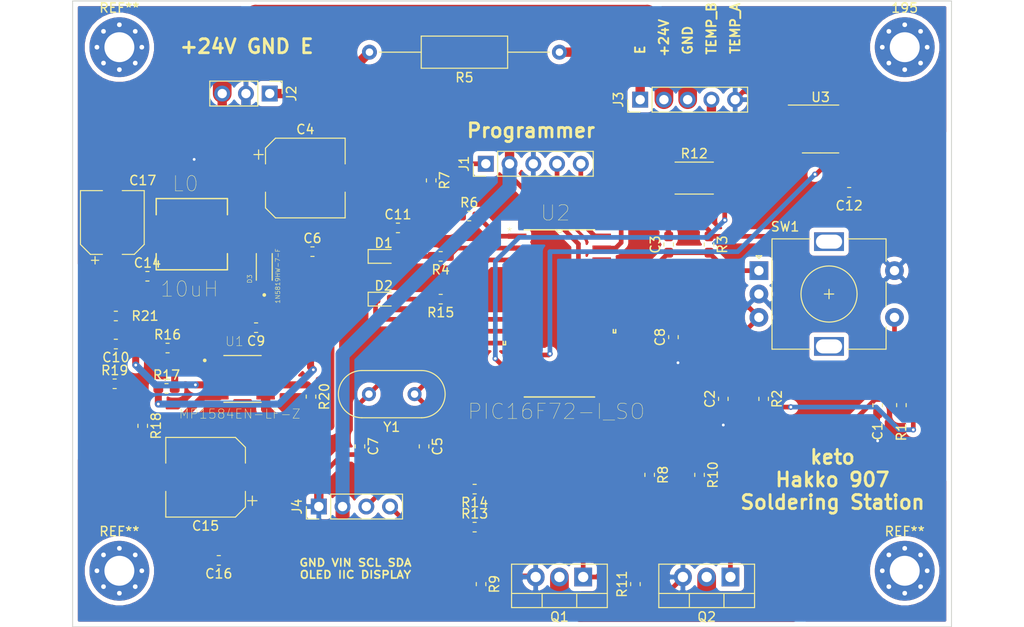
<source format=kicad_pcb>
(kicad_pcb (version 20171130) (host pcbnew 5.1.5)
  (layers (0 F.Cu signal) (31 B.Cu signal) (34 B.Paste user) (35 F.Paste user) (36 B.SilkS user) (37 F.SilkS user) (38 B.Mask user) (39 F.Mask user) (44 Edge.Cuts user))
  (net 0 "")
  (net 1 0)
  (net 2 /ENC_BUTTON)
  (net 3 /ENC_B)
  (net 4 /ENC_A)
  (net 5 +24V)
  (net 6 "Net-(C5-Pad1)")
  (net 7 "Net-(C7-Pad1)")
  (net 8 +5V)
  (net 9 /MCLR)
  (net 10 "Net-(D1-Pad2)")
  (net 11 /PGC)
  (net 12 /PGD)
  (net 13 Earth_Protective)
  (net 14 "Net-(J3-Pad1)")
  (net 15 /GND_SWITCH)
  (net 16 "Net-(Q1-Pad1)")
  (net 17 "Net-(Q2-Pad1)")
  (net 18 "Net-(R4-Pad1)")
  (net 19 "Net-(R6-Pad2)")
  (net 20 "Net-(R8-Pad1)")
  (net 21 "Net-(R10-Pad1)")
  (net 22 "Net-(U2-Pad4)")
  (net 23 "Net-(U2-Pad5)")
  (net 24 "Net-(U2-Pad7)")
  (net 25 "Net-(U2-Pad26)")
  (net 26 "Net-(U2-Pad24)")
  (net 27 "Net-(U2-Pad25)")
  (net 28 /SDA)
  (net 29 /SCL)
  (net 30 "Net-(U2-Pad6)")
  (net 31 "Net-(C9-Pad2)")
  (net 32 "Net-(C9-Pad1)")
  (net 33 "Net-(C10-Pad2)")
  (net 34 "Net-(C10-Pad1)")
  (net 35 "Net-(D2-Pad2)")
  (net 36 "Net-(R15-Pad1)")
  (net 37 "Net-(R16-Pad2)")
  (net 38 "Net-(R18-Pad1)")
  (net 39 "Net-(R20-Pad1)")
  (net 40 "Net-(U1-Pad9)")
  (net 41 "Net-(U2-Pad16)")
  (net 42 /Vx)
  (net 43 "Net-(U2-Pad13)")
  (net 44 /AMP_OUT)
  (module Package_SO:SOIC-8_3.9x4.9mm_P1.27mm (layer F.Cu) (at 190.998 64.75)
    (fp_text reference U3 (at 0 -3.4) (layer F.SilkS))
    (fp_text value INA240A1D)
    (pad 8 smd roundrect (at 2.475 -1.905) (size 1.95 0.6) (layers F.Cu F.Paste F.Mask) (net 8 +5V))
    (pad 7 smd roundrect (at 2.475 -0.635) (size 1.95 0.6) (layers F.Cu F.Paste F.Mask) (net 1 0))
    (pad 6 smd roundrect (at 2.475 0.635) (size 1.95 0.6) (layers F.Cu F.Paste F.Mask) (net 8 +5V))
    (pad 5 smd roundrect (at 2.475 1.905) (size 1.95 0.6) (layers F.Cu F.Paste F.Mask) (net 44 /AMP_OUT))
    (pad 4 smd roundrect (at -2.475 1.905) (size 1.95 0.6) (layers F.Cu F.Paste F.Mask) (net 1 0))
    (pad 3 smd roundrect (at -2.475 0.635) (size 1.95 0.6) (layers F.Cu F.Paste F.Mask) (net 1 0))
    (pad 2 smd roundrect (at -2.475 -0.635) (size 1.95 0.6) (layers F.Cu F.Paste F.Mask) (net 1 0))
    (pad 1 smd roundrect (at -2.475 -1.905) (size 1.95 0.6) (layers F.Cu F.Paste F.Mask) (net 42 /Vx))
  )
  (module Resistor_SMD:R_2512_6332Metric_Pad1.52x3.35mm_HandSolder (layer F.Cu) (at 177.4855 70)
    (fp_text reference R12 (at 0 -2.62) (layer F.SilkS))
    (fp_text value 0.05R)
    (pad 2 smd roundrect (at 2.9875 0) (size 1.525 3.35) (layers F.Cu F.Paste F.Mask) (roundrect_rratio 0.163934) (net 42 /Vx))
    (pad 1 smd roundrect (at -2.9875 0) (size 1.525 3.35) (layers F.Cu F.Paste F.Mask) (roundrect_rratio 0.163934) (net 8 +5V))
  )
  (module Capacitor_SMD:CP_Elec_6.3x5.9 (layer F.Cu) (at 115.248 74.75 90)
    (fp_text reference C17 (at 4.5 3.25) (layer F.SilkS))
    (fp_text value 47uF)
    (pad 2 smd roundrect (at 2.8 0 90) (size 3.5 1.6) (layers F.Cu F.Paste F.Mask) (roundrect_rratio 0.15625) (net 1 0))
    (pad 1 smd roundrect (at -2.8 0 90) (size 3.5 1.6) (layers F.Cu F.Paste F.Mask) (roundrect_rratio 0.15625) (net 8 +5V))
  )
  (module Resistor_SMD:R_0603_1608Metric_Pad1.05x0.95mm_HandSolder (layer F.Cu) (at 121.042 92.496)
    (fp_text reference R17 (at 0 -1.43) (layer F.SilkS))
    (fp_text value 100K)
    (pad 2 smd roundrect (at 0.875 0) (size 1.05 0.95) (layers F.Cu F.Paste F.Mask) (net 37 "Net-(R16-Pad2)"))
    (pad 1 smd roundrect (at -0.875 0) (size 1.05 0.95) (layers F.Cu F.Paste F.Mask) (net 5 +24V))
  )
  (module Crystal:Crystal_HC49-4H_Vertical (layer F.Cu) (at 147.574 93.108 180)
    (fp_text reference Y1 (at 2.44 -3.525) (layer F.SilkS))
    (fp_text value Crystal)
    (pad 2 thru_hole circle (at 4.88 0 180) (size 1.5 1.5) (drill 0.8) (layers *.Cu *.Mask) (net 7 "Net-(C7-Pad1)"))
    (pad 1 thru_hole circle (at 0 0 180) (size 1.5 1.5) (drill 0.8) (layers *.Cu *.Mask) (net 6 "Net-(C5-Pad1)"))
  )
  (module PIC16F72-I_SO:SOIC127P1030X265-28N (layer F.Cu) (at 163.068 84.472)
    (fp_text reference U2 (at -0.4318 -10.7442) (layer F.SilkS) (effects (font (size 1.64 1.64) (thickness 0.05))))
    (fp_text value PIC16F72-I_SO (at -0.3302 10.4902) (layer F.SilkS) (effects (font (size 1.64 1.64) (thickness 0.05))))
    (fp_text user * (at -5.334 -8.6868) (layer Edge.Cuts) (effects (font (thickness 0.05))))
    (fp_text user * (at -5.334 -8.6868) (layer F.SilkS) (effects (font (thickness 0.05))))
    (pad 28 smd rect (at 4.5212 -8.255) (size 1.9812 0.5588) (layers F.Cu F.Paste F.Mask) (net 12 /PGD))
    (pad 27 smd rect (at 4.5212 -6.985) (size 1.9812 0.5588) (layers F.Cu F.Paste F.Mask) (net 11 /PGC))
    (pad 26 smd rect (at 4.5212 -5.715) (size 1.9812 0.5588) (layers F.Cu F.Paste F.Mask) (net 25 "Net-(U2-Pad26)"))
    (pad 25 smd rect (at 4.5212 -4.445) (size 1.9812 0.5588) (layers F.Cu F.Paste F.Mask) (net 27 "Net-(U2-Pad25)"))
    (pad 24 smd rect (at 4.5212 -3.175) (size 1.9812 0.5588) (layers F.Cu F.Paste F.Mask) (net 26 "Net-(U2-Pad24)"))
    (pad 23 smd rect (at 4.5212 -1.905) (size 1.9812 0.5588) (layers F.Cu F.Paste F.Mask) (net 4 /ENC_A))
    (pad 22 smd rect (at 4.5212 -0.635) (size 1.9812 0.5588) (layers F.Cu F.Paste F.Mask) (net 3 /ENC_B))
    (pad 21 smd rect (at 4.5212 0.635) (size 1.9812 0.5588) (layers F.Cu F.Paste F.Mask) (net 2 /ENC_BUTTON))
    (pad 20 smd rect (at 4.5212 1.905) (size 1.9812 0.5588) (layers F.Cu F.Paste F.Mask) (net 8 +5V))
    (pad 19 smd rect (at 4.5212 3.175) (size 1.9812 0.5588) (layers F.Cu F.Paste F.Mask) (net 1 0))
    (pad 18 smd rect (at 4.5212 4.445) (size 1.9812 0.5588) (layers F.Cu F.Paste F.Mask) (net 21 "Net-(R10-Pad1)"))
    (pad 17 smd rect (at 4.5212 5.715) (size 1.9812 0.5588) (layers F.Cu F.Paste F.Mask) (net 20 "Net-(R8-Pad1)"))
    (pad 16 smd rect (at 4.5212 6.985) (size 1.9812 0.5588) (layers F.Cu F.Paste F.Mask) (net 41 "Net-(U2-Pad16)"))
    (pad 15 smd rect (at 4.5212 8.255) (size 1.9812 0.5588) (layers F.Cu F.Paste F.Mask) (net 28 /SDA))
    (pad 14 smd rect (at -4.5212 8.255) (size 1.9812 0.5588) (layers F.Cu F.Paste F.Mask) (net 29 /SCL))
    (pad 13 smd rect (at -4.5212 6.985) (size 1.9812 0.5588) (layers F.Cu F.Paste F.Mask) (net 43 "Net-(U2-Pad13)"))
    (pad 12 smd rect (at -4.5212 5.715) (size 1.9812 0.5588) (layers F.Cu F.Paste F.Mask) (net 42 /Vx))
    (pad 11 smd rect (at -4.5212 4.445) (size 1.9812 0.5588) (layers F.Cu F.Paste F.Mask) (net 44 /AMP_OUT))
    (pad 10 smd rect (at -4.5212 3.175) (size 1.9812 0.5588) (layers F.Cu F.Paste F.Mask) (net 6 "Net-(C5-Pad1)"))
    (pad 9 smd rect (at -4.5212 1.905) (size 1.9812 0.5588) (layers F.Cu F.Paste F.Mask) (net 7 "Net-(C7-Pad1)"))
    (pad 8 smd rect (at -4.5212 0.635) (size 1.9812 0.5588) (layers F.Cu F.Paste F.Mask) (net 1 0))
    (pad 7 smd rect (at -4.5212 -0.635) (size 1.9812 0.5588) (layers F.Cu F.Paste F.Mask) (net 24 "Net-(U2-Pad7)"))
    (pad 6 smd rect (at -4.5212 -1.905) (size 1.9812 0.5588) (layers F.Cu F.Paste F.Mask) (net 30 "Net-(U2-Pad6)"))
    (pad 5 smd rect (at -4.5212 -3.175) (size 1.9812 0.5588) (layers F.Cu F.Paste F.Mask) (net 23 "Net-(U2-Pad5)"))
    (pad 4 smd rect (at -4.5212 -4.445) (size 1.9812 0.5588) (layers F.Cu F.Paste F.Mask) (net 22 "Net-(U2-Pad4)"))
    (pad 3 smd rect (at -4.5212 -5.715) (size 1.9812 0.5588) (layers F.Cu F.Paste F.Mask) (net 36 "Net-(R15-Pad1)"))
    (pad 2 smd rect (at -4.5212 -6.985) (size 1.9812 0.5588) (layers F.Cu F.Paste F.Mask) (net 18 "Net-(R4-Pad1)"))
    (pad 1 smd rect (at -4.5212 -8.255) (size 1.9812 0.5588) (layers F.Cu F.Paste F.Mask) (net 19 "Net-(R6-Pad2)"))
  )
  (module MP1584EN-LF-Z:SOIC127P600X170-9N (layer F.Cu) (at 129.17 91.48)
    (fp_text reference U1 (at -0.86173 -4.01375) (layer F.SilkS) (effects (font (size 1.00202 1.00202) (thickness 0.05))))
    (fp_text value MP1584EN-LF-Z (at -0.29606 3.74752) (layer F.SilkS) (effects (font (size 1.00294 1.00294) (thickness 0.05))))
    (pad 9 smd rect (at 0 0) (size 2.41 3.3) (layers F.Cu F.Paste F.Mask) (net 40 "Net-(U1-Pad9)"))
    (pad 1 smd rect (at -2.475 -1.905) (size 1.97 0.6) (layers F.Cu F.Paste F.Mask) (net 31 "Net-(C9-Pad2)"))
    (pad 8 smd rect (at 2.475 -1.905) (size 1.97 0.6) (layers F.Cu F.Paste F.Mask) (net 32 "Net-(C9-Pad1)"))
    (pad 7 smd rect (at 2.475 -0.635) (size 1.97 0.6) (layers F.Cu F.Paste F.Mask) (net 5 +24V))
    (pad 6 smd rect (at 2.475 0.635) (size 1.97 0.6) (layers F.Cu F.Paste F.Mask) (net 39 "Net-(R20-Pad1)"))
    (pad 4 smd rect (at -2.475 1.905) (size 1.97 0.6) (layers F.Cu F.Paste F.Mask) (net 38 "Net-(R18-Pad1)"))
    (pad 3 smd rect (at -2.475 0.635) (size 1.97 0.6) (layers F.Cu F.Paste F.Mask) (net 34 "Net-(C10-Pad1)"))
    (pad 2 smd rect (at -2.475 -0.635) (size 1.97 0.6) (layers F.Cu F.Paste F.Mask) (net 37 "Net-(R16-Pad2)"))
    (pad 5 smd rect (at 2.475 1.905) (size 1.97 0.6) (layers F.Cu F.Paste F.Mask) (net 1 0))
  )
  (module Rotary_Encoder:RotaryEncoder_Alps_EC11E-Switch_Vertical_H20mm (layer F.Cu) (at 184.404 79.9)
    (fp_text reference SW1 (at 2.8 -4.7) (layer F.SilkS))
    (fp_text value Rotary_Encoder_Switch)
    (pad A thru_hole rect (at 0 0) (size 2 2) (drill 1) (layers *.Cu *.Mask) (net 4 /ENC_A))
    (pad C thru_hole circle (at 0 2.5) (size 2 2) (drill 1) (layers *.Cu *.Mask) (net 1 0))
    (pad B thru_hole circle (at 0 5) (size 2 2) (drill 1) (layers *.Cu *.Mask) (net 3 /ENC_B))
    (pad MP thru_hole rect (at 7.5 -3.1) (size 3.2 2) (drill oval 2.8 1.5) (layers *.Cu *.Mask))
    (pad MP thru_hole rect (at 7.5 8.1) (size 3.2 2) (drill oval 2.8 1.5) (layers *.Cu *.Mask))
    (pad S2 thru_hole circle (at 14.5 0) (size 2 2) (drill 1) (layers *.Cu *.Mask) (net 1 0))
    (pad S1 thru_hole circle (at 14.5 5) (size 2 2) (drill 1) (layers *.Cu *.Mask) (net 2 /ENC_BUTTON))
  )
  (module Resistor_SMD:R_0603_1608Metric_Pad1.05x0.95mm_HandSolder (layer F.Cu) (at 115.623 84.75 180)
    (fp_text reference R21 (at -3.125 0) (layer F.SilkS))
    (fp_text value 100K)
    (pad 2 smd roundrect (at 0.875 0 180) (size 1.05 0.95) (layers F.Cu F.Paste F.Mask) (net 33 "Net-(C10-Pad2)"))
    (pad 1 smd roundrect (at -0.875 0 180) (size 1.05 0.95) (layers F.Cu F.Paste F.Mask) (net 1 0))
  )
  (module Resistor_SMD:R_0603_1608Metric_Pad1.05x0.95mm_HandSolder (layer F.Cu) (at 136.498 93.375 270)
    (fp_text reference R20 (at 0 -1.43 90) (layer F.SilkS))
    (fp_text value 200K)
    (pad 2 smd roundrect (at 0.875 0 270) (size 1.05 0.95) (layers F.Cu F.Paste F.Mask) (net 1 0))
    (pad 1 smd roundrect (at -0.875 0 270) (size 1.05 0.95) (layers F.Cu F.Paste F.Mask) (net 39 "Net-(R20-Pad1)"))
  )
  (module Resistor_SMD:R_0603_1608Metric_Pad1.05x0.95mm_HandSolder (layer F.Cu) (at 115.498 92)
    (fp_text reference R19 (at 0 -1.43) (layer F.SilkS))
    (fp_text value 210K)
    (pad 2 smd roundrect (at 0.875 0) (size 1.05 0.95) (layers F.Cu F.Paste F.Mask) (net 38 "Net-(R18-Pad1)"))
    (pad 1 smd roundrect (at -0.875 0) (size 1.05 0.95) (layers F.Cu F.Paste F.Mask) (net 8 +5V))
  )
  (module Resistor_SMD:R_0603_1608Metric_Pad1.05x0.95mm_HandSolder (layer F.Cu) (at 118.498 96.5 270)
    (fp_text reference R18 (at 0 -1.43 90) (layer F.SilkS))
    (fp_text value 40.2K)
    (pad 2 smd roundrect (at 0.875 0 270) (size 1.05 0.95) (layers F.Cu F.Paste F.Mask) (net 1 0))
    (pad 1 smd roundrect (at -0.875 0 270) (size 1.05 0.95) (layers F.Cu F.Paste F.Mask) (net 38 "Net-(R18-Pad1)"))
  )
  (module Resistor_SMD:R_0603_1608Metric_Pad1.05x0.95mm_HandSolder (layer F.Cu) (at 121.155 88.178)
    (fp_text reference R16 (at 0 -1.43) (layer F.SilkS))
    (fp_text value 24.9K)
    (pad 2 smd roundrect (at 0.875 0) (size 1.05 0.95) (layers F.Cu F.Paste F.Mask) (net 37 "Net-(R16-Pad2)"))
    (pad 1 smd roundrect (at -0.875 0) (size 1.05 0.95) (layers F.Cu F.Paste F.Mask) (net 1 0))
  )
  (module Resistor_SMD:R_0603_1608Metric_Pad1.05x0.95mm_HandSolder (layer F.Cu) (at 150.368 82.948 180)
    (fp_text reference R15 (at 0 -1.43) (layer F.SilkS))
    (fp_text value 3.3K)
    (pad 2 smd roundrect (at 0.875 0 180) (size 1.05 0.95) (layers F.Cu F.Paste F.Mask) (net 35 "Net-(D2-Pad2)"))
    (pad 1 smd roundrect (at -0.875 0 180) (size 1.05 0.95) (layers F.Cu F.Paste F.Mask) (net 36 "Net-(R15-Pad1)"))
  )
  (module Resistor_SMD:R_0603_1608Metric_Pad1.05x0.95mm_HandSolder (layer F.Cu) (at 154 103.268 180)
    (fp_text reference R14 (at 0 -1.43) (layer F.SilkS))
    (fp_text value 4.7K)
    (pad 2 smd roundrect (at 0.875 0 180) (size 1.05 0.95) (layers F.Cu F.Paste F.Mask) (net 29 /SCL))
    (pad 1 smd roundrect (at -0.875 0 180) (size 1.05 0.95) (layers F.Cu F.Paste F.Mask) (net 8 +5V))
  )
  (module Resistor_SMD:R_0603_1608Metric_Pad1.05x0.95mm_HandSolder (layer F.Cu) (at 154 107.332)
    (fp_text reference R13 (at 0 -1.43) (layer F.SilkS))
    (fp_text value 4.7K)
    (pad 2 smd roundrect (at 0.875 0) (size 1.05 0.95) (layers F.Cu F.Paste F.Mask) (net 8 +5V))
    (pad 1 smd roundrect (at -0.875 0) (size 1.05 0.95) (layers F.Cu F.Paste F.Mask) (net 28 /SDA))
  )
  (module Resistor_SMD:R_0603_1608Metric_Pad1.05x0.95mm_HandSolder (layer F.Cu) (at 171.196 113.428 90)
    (fp_text reference R11 (at 0 -1.43 90) (layer F.SilkS))
    (fp_text value 1K)
    (pad 2 smd roundrect (at 0.875 0 90) (size 1.05 0.95) (layers F.Cu F.Paste F.Mask) (net 17 "Net-(Q2-Pad1)"))
    (pad 1 smd roundrect (at -0.875 0 90) (size 1.05 0.95) (layers F.Cu F.Paste F.Mask) (net 1 0))
  )
  (module Resistor_SMD:R_0603_1608Metric_Pad1.05x0.95mm_HandSolder (layer F.Cu) (at 178.054 101.744 270)
    (fp_text reference R10 (at 0 -1.43 90) (layer F.SilkS))
    (fp_text value 100R)
    (pad 2 smd roundrect (at 0.875 0 270) (size 1.05 0.95) (layers F.Cu F.Paste F.Mask) (net 17 "Net-(Q2-Pad1)"))
    (pad 1 smd roundrect (at -0.875 0 270) (size 1.05 0.95) (layers F.Cu F.Paste F.Mask) (net 21 "Net-(R10-Pad1)"))
  )
  (module Resistor_SMD:R_0603_1608Metric_Pad1.05x0.95mm_HandSolder (layer F.Cu) (at 154.686 113.428 270)
    (fp_text reference R9 (at 0 -1.43 90) (layer F.SilkS))
    (fp_text value 1K)
    (pad 2 smd roundrect (at 0.875 0 270) (size 1.05 0.95) (layers F.Cu F.Paste F.Mask) (net 16 "Net-(Q1-Pad1)"))
    (pad 1 smd roundrect (at -0.875 0 270) (size 1.05 0.95) (layers F.Cu F.Paste F.Mask) (net 1 0))
  )
  (module Resistor_SMD:R_0603_1608Metric_Pad1.05x0.95mm_HandSolder (layer F.Cu) (at 172.72 101.744 270)
    (fp_text reference R8 (at 0 -1.43 90) (layer F.SilkS))
    (fp_text value 100R)
    (pad 2 smd roundrect (at 0.875 0 270) (size 1.05 0.95) (layers F.Cu F.Paste F.Mask) (net 16 "Net-(Q1-Pad1)"))
    (pad 1 smd roundrect (at -0.875 0 270) (size 1.05 0.95) (layers F.Cu F.Paste F.Mask) (net 20 "Net-(R8-Pad1)"))
  )
  (module Resistor_SMD:R_0603_1608Metric_Pad1.05x0.95mm_HandSolder (layer F.Cu) (at 149.352 70.248 270)
    (fp_text reference R7 (at 0 -1.43 90) (layer F.SilkS))
    (fp_text value 10K)
    (pad 2 smd roundrect (at 0.875 0 270) (size 1.05 0.95) (layers F.Cu F.Paste F.Mask) (net 9 /MCLR))
    (pad 1 smd roundrect (at -0.875 0 270) (size 1.05 0.95) (layers F.Cu F.Paste F.Mask) (net 8 +5V))
  )
  (module Resistor_SMD:R_0603_1608Metric_Pad1.05x0.95mm_HandSolder (layer F.Cu) (at 153.416 74.058)
    (fp_text reference R6 (at 0 -1.43) (layer F.SilkS))
    (fp_text value 100R)
    (pad 2 smd roundrect (at 0.875 0) (size 1.05 0.95) (layers F.Cu F.Paste F.Mask) (net 19 "Net-(R6-Pad2)"))
    (pad 1 smd roundrect (at -0.875 0) (size 1.05 0.95) (layers F.Cu F.Paste F.Mask) (net 9 /MCLR))
  )
  (module Resistor_THT:R_Axial_DIN0309_L9.0mm_D3.2mm_P20.32mm_Horizontal (layer F.Cu) (at 163.068 56.532 180)
    (fp_text reference R5 (at 10.16 -2.72) (layer F.SilkS))
    (fp_text value 1M)
    (pad 2 thru_hole oval (at 20.32 0 180) (size 1.6 1.6) (drill 0.8) (layers *.Cu *.Mask) (net 13 Earth_Protective))
    (pad 1 thru_hole circle (at 0 0 180) (size 1.6 1.6) (drill 0.8) (layers *.Cu *.Mask) (net 14 "Net-(J3-Pad1)"))
  )
  (module Resistor_SMD:R_0603_1608Metric_Pad1.05x0.95mm_HandSolder (layer F.Cu) (at 150.368 78.376 180)
    (fp_text reference R4 (at 0 -1.43) (layer F.SilkS))
    (fp_text value 3.3K)
    (pad 2 smd roundrect (at 0.875 0 180) (size 1.05 0.95) (layers F.Cu F.Paste F.Mask) (net 10 "Net-(D1-Pad2)"))
    (pad 1 smd roundrect (at -0.875 0 180) (size 1.05 0.95) (layers F.Cu F.Paste F.Mask) (net 18 "Net-(R4-Pad1)"))
  )
  (module Resistor_SMD:R_0603_1608Metric_Pad1.05x0.95mm_HandSolder (layer F.Cu) (at 179.07 77.106 270)
    (fp_text reference R3 (at 0 -1.43 90) (layer F.SilkS))
    (fp_text value 10K)
    (pad 2 smd roundrect (at 0.875 0 270) (size 1.05 0.95) (layers F.Cu F.Paste F.Mask) (net 4 /ENC_A))
    (pad 1 smd roundrect (at -0.875 0 270) (size 1.05 0.95) (layers F.Cu F.Paste F.Mask) (net 8 +5V))
  )
  (module Resistor_SMD:R_0603_1608Metric_Pad1.05x0.95mm_HandSolder (layer F.Cu) (at 184.912 93.616 270)
    (fp_text reference R2 (at 0 -1.43 90) (layer F.SilkS))
    (fp_text value 10K)
    (pad 2 smd roundrect (at 0.875 0 270) (size 1.05 0.95) (layers F.Cu F.Paste F.Mask) (net 8 +5V))
    (pad 1 smd roundrect (at -0.875 0 270) (size 1.05 0.95) (layers F.Cu F.Paste F.Mask) (net 3 /ENC_B))
  )
  (module Resistor_SMD:R_0603_1608Metric_Pad1.05x0.95mm_HandSolder (layer F.Cu) (at 199.644 94.284 90)
    (fp_text reference R1 (at -2.888 0 90) (layer F.SilkS))
    (fp_text value 10K)
    (pad 2 smd roundrect (at 0.875 0 90) (size 1.05 0.95) (layers F.Cu F.Paste F.Mask) (net 2 /ENC_BUTTON))
    (pad 1 smd roundrect (at -0.875 0 90) (size 1.05 0.95) (layers F.Cu F.Paste F.Mask) (net 8 +5V))
  )
  (module Package_TO_SOT_THT:TO-220-3_Vertical (layer F.Cu) (at 181.356 112.666 180)
    (fp_text reference Q2 (at 2.54 -4.27) (layer F.SilkS))
    (fp_text value IRF540N)
    (pad 3 thru_hole oval (at 5.08 0 180) (size 1.905 2) (drill 1.1) (layers *.Cu *.Mask) (net 1 0))
    (pad 2 thru_hole oval (at 2.54 0 180) (size 1.905 2) (drill 1.1) (layers *.Cu *.Mask) (net 15 /GND_SWITCH))
    (pad 1 thru_hole rect (at 0 0 180) (size 1.905 2) (drill 1.1) (layers *.Cu *.Mask) (net 17 "Net-(Q2-Pad1)"))
  )
  (module Package_TO_SOT_THT:TO-220-3_Vertical (layer F.Cu) (at 165.608 112.666 180)
    (fp_text reference Q1 (at 2.54 -4.27) (layer F.SilkS))
    (fp_text value IRF540N)
    (pad 3 thru_hole oval (at 5.08 0 180) (size 1.905 2) (drill 1.1) (layers *.Cu *.Mask) (net 1 0))
    (pad 2 thru_hole oval (at 2.54 0 180) (size 1.905 2) (drill 1.1) (layers *.Cu *.Mask) (net 15 /GND_SWITCH))
    (pad 1 thru_hole rect (at 0 0 180) (size 1.905 2) (drill 1.1) (layers *.Cu *.Mask) (net 16 "Net-(Q1-Pad1)"))
  )
  (module DR73-100-R:INDM7676X355N (layer F.Cu) (at 123.748 76)
    (fp_text reference L0 (at -0.68697 -5.39407) (layer F.SilkS) (effects (font (size 1.64283 1.64283) (thickness 0.05))))
    (fp_text value 10uH (at -0.25402 5.86801) (layer F.SilkS) (effects (font (size 1.64017 1.64017) (thickness 0.05))))
    (pad 2 smd rect (at 2.8194 0 90) (size 3.5052 2.2606) (layers F.Cu F.Paste F.Mask) (net 31 "Net-(C9-Pad2)"))
    (pad 1 smd rect (at -2.8194 0 90) (size 3.5052 2.2606) (layers F.Cu F.Paste F.Mask) (net 8 +5V))
  )
  (module Connector_PinHeader_2.54mm:PinHeader_1x05_P2.54mm_Vertical (layer F.Cu) (at 171.704 61.612 90)
    (fp_text reference J3 (at 0 -2.33 90) (layer F.SilkS))
    (fp_text value Conn_01x05)
    (pad 5 thru_hole oval (at 0 10.16 90) (size 1.7 1.7) (drill 1) (layers *.Cu *.Mask) (net 1 0))
    (pad 4 thru_hole oval (at 0 7.62 90) (size 1.7 1.7) (drill 1) (layers *.Cu *.Mask) (net 42 /Vx))
    (pad 3 thru_hole oval (at 0 5.08 90) (size 1.7 1.7) (drill 1) (layers *.Cu *.Mask) (net 15 /GND_SWITCH))
    (pad 2 thru_hole oval (at 0 2.54 90) (size 1.7 1.7) (drill 1) (layers *.Cu *.Mask) (net 5 +24V))
    (pad 1 thru_hole rect (at 0 0 90) (size 1.7 1.7) (drill 1) (layers *.Cu *.Mask) (net 14 "Net-(J3-Pad1)"))
  )
  (module Connector_PinHeader_2.54mm:PinHeader_1x05_P2.54mm_Vertical (layer F.Cu) (at 155.194 68.47 90)
    (fp_text reference J1 (at 0 -2.33 90) (layer F.SilkS))
    (fp_text value Conn_01x05)
    (pad 5 thru_hole oval (at 0 10.16 90) (size 1.7 1.7) (drill 1) (layers *.Cu *.Mask) (net 11 /PGC))
    (pad 4 thru_hole oval (at 0 7.62 90) (size 1.7 1.7) (drill 1) (layers *.Cu *.Mask) (net 12 /PGD))
    (pad 3 thru_hole oval (at 0 5.08 90) (size 1.7 1.7) (drill 1) (layers *.Cu *.Mask) (net 1 0))
    (pad 2 thru_hole oval (at 0 2.54 90) (size 1.7 1.7) (drill 1) (layers *.Cu *.Mask) (net 8 +5V))
    (pad 1 thru_hole rect (at 0 0 90) (size 1.7 1.7) (drill 1) (layers *.Cu *.Mask) (net 9 /MCLR))
  )
  (module 1N5819HW-7-F:SOD3715X145N (layer F.Cu) (at 131.498 79.5 90)
    (fp_text reference D3 (at -1.28294 -1.5574 90) (layer F.SilkS) (effects (font (size 0.4808 0.4808) (thickness 0.05))))
    (fp_text value 1N5819HW-7-F (at -0.976513 1.44596 90) (layer F.SilkS) (effects (font (size 0.480251 0.480251) (thickness 0.05))))
    (pad A smd rect (at 1.68 0 90) (size 1.21 0.73) (layers F.Cu F.Paste F.Mask) (net 1 0))
    (pad C smd rect (at -1.68 0 90) (size 1.21 0.73) (layers F.Cu F.Paste F.Mask) (net 31 "Net-(C9-Pad2)"))
  )
  (module LED_SMD:LED_0603_1608Metric_Pad1.05x0.95mm_HandSolder (layer F.Cu) (at 144.272 82.948)
    (fp_text reference D2 (at 0 -1.43) (layer F.SilkS))
    (fp_text value LED)
    (pad 2 smd roundrect (at 0.875 0) (size 1.05 0.95) (layers F.Cu F.Paste F.Mask) (net 35 "Net-(D2-Pad2)"))
    (pad 1 smd roundrect (at -0.875 0) (size 1.05 0.95) (layers F.Cu F.Paste F.Mask) (net 1 0))
  )
  (module LED_SMD:LED_0603_1608Metric_Pad1.05x0.95mm_HandSolder (layer F.Cu) (at 144.272 78.376)
    (fp_text reference D1 (at 0 -1.43) (layer F.SilkS))
    (fp_text value LED)
    (pad 2 smd roundrect (at 0.875 0) (size 1.05 0.95) (layers F.Cu F.Paste F.Mask) (net 10 "Net-(D1-Pad2)"))
    (pad 1 smd roundrect (at -0.875 0) (size 1.05 0.95) (layers F.Cu F.Paste F.Mask) (net 1 0))
  )
  (module Capacitor_SMD:C_0603_1608Metric_Pad1.05x0.95mm_HandSolder (layer F.Cu) (at 126.633 110.888 180)
    (fp_text reference C16 (at 0 -1.43) (layer F.SilkS))
    (fp_text value 100nF)
    (pad 2 smd roundrect (at 0.875 0 180) (size 1.05 0.95) (layers F.Cu F.Paste F.Mask) (net 1 0))
    (pad 1 smd roundrect (at -0.875 0 180) (size 1.05 0.95) (layers F.Cu F.Paste F.Mask) (net 8 +5V))
  )
  (module Capacitor_SMD:CP_Elec_8x6.2 (layer F.Cu) (at 125.222 101.998 180)
    (fp_text reference C15 (at 0 -5.2) (layer F.SilkS))
    (fp_text value 10uF)
    (pad 2 smd roundrect (at 3.05 0 180) (size 4 2.5) (layers F.Cu F.Paste F.Mask) (roundrect_rratio 0.1) (net 1 0))
    (pad 1 smd roundrect (at -3.05 0 180) (size 4 2.5) (layers F.Cu F.Paste F.Mask) (roundrect_rratio 0.1) (net 8 +5V))
  )
  (module Capacitor_SMD:C_0603_1608Metric_Pad1.05x0.95mm_HandSolder (layer F.Cu) (at 118.998 80.5)
    (fp_text reference C14 (at 0 -1.43) (layer F.SilkS))
    (fp_text value 100nF)
    (pad 2 smd roundrect (at 0.875 0) (size 1.05 0.95) (layers F.Cu F.Paste F.Mask) (net 1 0))
    (pad 1 smd roundrect (at -0.875 0) (size 1.05 0.95) (layers F.Cu F.Paste F.Mask) (net 8 +5V))
  )
  (module Capacitor_SMD:C_0603_1608Metric_Pad1.05x0.95mm_HandSolder (layer F.Cu) (at 194.056 71.518 180)
    (fp_text reference C12 (at 0 -1.43) (layer F.SilkS))
    (fp_text value 100nF)
    (pad 2 smd roundrect (at 0.875 0 180) (size 1.05 0.95) (layers F.Cu F.Paste F.Mask) (net 8 +5V))
    (pad 1 smd roundrect (at -0.875 0 180) (size 1.05 0.95) (layers F.Cu F.Paste F.Mask) (net 1 0))
  )
  (module Capacitor_SMD:C_0603_1608Metric_Pad1.05x0.95mm_HandSolder (layer F.Cu) (at 145.796 75.328)
    (fp_text reference C11 (at 0 -1.43) (layer F.SilkS))
    (fp_text value 100nF)
    (pad 2 smd roundrect (at 0.875 0) (size 1.05 0.95) (layers F.Cu F.Paste F.Mask) (net 9 /MCLR))
    (pad 1 smd roundrect (at -0.875 0) (size 1.05 0.95) (layers F.Cu F.Paste F.Mask) (net 1 0))
  )
  (module Capacitor_SMD:C_0603_1608Metric_Pad1.05x0.95mm_HandSolder (layer F.Cu) (at 115.623 87.75 180)
    (fp_text reference C10 (at 0 -1.43) (layer F.SilkS))
    (fp_text value 150pF)
    (pad 2 smd roundrect (at 0.875 0 180) (size 1.05 0.95) (layers F.Cu F.Paste F.Mask) (net 33 "Net-(C10-Pad2)"))
    (pad 1 smd roundrect (at -0.875 0 180) (size 1.05 0.95) (layers F.Cu F.Paste F.Mask) (net 34 "Net-(C10-Pad1)"))
  )
  (module Capacitor_SMD:C_0603_1608Metric_Pad1.05x0.95mm_HandSolder (layer F.Cu) (at 130.623 86 180)
    (fp_text reference C9 (at 0 -1.43) (layer F.SilkS))
    (fp_text value 100nF)
    (pad 2 smd roundrect (at 0.875 0 180) (size 1.05 0.95) (layers F.Cu F.Paste F.Mask) (net 31 "Net-(C9-Pad2)"))
    (pad 1 smd roundrect (at -0.875 0 180) (size 1.05 0.95) (layers F.Cu F.Paste F.Mask) (net 32 "Net-(C9-Pad1)"))
  )
  (module Capacitor_SMD:C_0603_1608Metric_Pad1.05x0.95mm_HandSolder (layer F.Cu) (at 175.26 87.012 90)
    (fp_text reference C8 (at 0 -1.43 90) (layer F.SilkS))
    (fp_text value 100nF)
    (pad 2 smd roundrect (at 0.875 0 90) (size 1.05 0.95) (layers F.Cu F.Paste F.Mask) (net 8 +5V))
    (pad 1 smd roundrect (at -0.875 0 90) (size 1.05 0.95) (layers F.Cu F.Paste F.Mask) (net 1 0))
  )
  (module Capacitor_SMD:C_0603_1608Metric_Pad1.05x0.95mm_HandSolder (layer F.Cu) (at 141.732 98.696 270)
    (fp_text reference C7 (at 0 -1.43 90) (layer F.SilkS))
    (fp_text value 15pF)
    (pad 2 smd roundrect (at 0.875 0 270) (size 1.05 0.95) (layers F.Cu F.Paste F.Mask) (net 1 0))
    (pad 1 smd roundrect (at -0.875 0 270) (size 1.05 0.95) (layers F.Cu F.Paste F.Mask) (net 7 "Net-(C7-Pad1)"))
  )
  (module Capacitor_SMD:C_0603_1608Metric_Pad1.05x0.95mm_HandSolder (layer F.Cu) (at 136.652 77.868)
    (fp_text reference C6 (at 0 -1.43) (layer F.SilkS))
    (fp_text value 100nF)
    (pad 2 smd roundrect (at 0.875 0) (size 1.05 0.95) (layers F.Cu F.Paste F.Mask) (net 1 0))
    (pad 1 smd roundrect (at -0.875 0) (size 1.05 0.95) (layers F.Cu F.Paste F.Mask) (net 5 +24V))
  )
  (module Capacitor_SMD:C_0603_1608Metric_Pad1.05x0.95mm_HandSolder (layer F.Cu) (at 148.59 98.696 270)
    (fp_text reference C5 (at 0 -1.43 90) (layer F.SilkS))
    (fp_text value 15pF)
    (pad 2 smd roundrect (at 0.875 0 270) (size 1.05 0.95) (layers F.Cu F.Paste F.Mask) (net 1 0))
    (pad 1 smd roundrect (at -0.875 0 270) (size 1.05 0.95) (layers F.Cu F.Paste F.Mask) (net 6 "Net-(C5-Pad1)"))
  )
  (module Capacitor_SMD:CP_Elec_8x6.2 (layer F.Cu) (at 135.89 69.994)
    (fp_text reference C4 (at 0 -5.2) (layer F.SilkS))
    (fp_text value 10uF)
    (pad 2 smd roundrect (at 3.05 0) (size 4 2.5) (layers F.Cu F.Paste F.Mask) (roundrect_rratio 0.1) (net 1 0))
    (pad 1 smd roundrect (at -3.05 0) (size 4 2.5) (layers F.Cu F.Paste F.Mask) (roundrect_rratio 0.1) (net 5 +24V))
  )
  (module Capacitor_SMD:C_0603_1608Metric_Pad1.05x0.95mm_HandSolder (layer F.Cu) (at 174.752 77.106 90)
    (fp_text reference C3 (at 0 -1.43 90) (layer F.SilkS))
    (fp_text value 100nF)
    (pad 2 smd roundrect (at 0.875 0 90) (size 1.05 0.95) (layers F.Cu F.Paste F.Mask) (net 1 0))
    (pad 1 smd roundrect (at -0.875 0 90) (size 1.05 0.95) (layers F.Cu F.Paste F.Mask) (net 4 /ENC_A))
  )
  (module Capacitor_SMD:C_0603_1608Metric_Pad1.05x0.95mm_HandSolder (layer F.Cu) (at 180.594 93.616 90)
    (fp_text reference C2 (at 0 -1.43 90) (layer F.SilkS))
    (fp_text value 100nF)
    (pad 2 smd roundrect (at 0.875 0 90) (size 1.05 0.95) (layers F.Cu F.Paste F.Mask) (net 3 /ENC_B))
    (pad 1 smd roundrect (at -0.875 0 90) (size 1.05 0.95) (layers F.Cu F.Paste F.Mask) (net 1 0))
  )
  (module Capacitor_SMD:C_0603_1608Metric_Pad1.05x0.95mm_HandSolder (layer F.Cu) (at 197.104 94.284 270)
    (fp_text reference C1 (at 2.794 0 90) (layer F.SilkS))
    (fp_text value 100nF)
    (pad 2 smd roundrect (at 0.875 0 270) (size 1.05 0.95) (layers F.Cu F.Paste F.Mask) (net 1 0))
    (pad 1 smd roundrect (at -0.875 0 270) (size 1.05 0.95) (layers F.Cu F.Paste F.Mask) (net 2 /ENC_BUTTON))
  )
  (module MountingHole:MountingHole_3.2mm_M3_Pad_Via (layer F.Cu) (at 200 112)
    (fp_text reference REF** (at 0 -4.2) (layer F.SilkS))
    (fp_text value MountingHole_3.2mm_M3_Pad_Via)
    (pad 1 thru_hole circle (at 0 0) (size 6.4 6.4) (drill 3.2) (layers *.Cu *.Mask))
    (pad 1 thru_hole circle (at 2.4 0) (size 0.8 0.8) (drill 0.5) (layers *.Cu *.Mask))
    (pad 1 thru_hole circle (at 1.697056 1.697056) (size 0.8 0.8) (drill 0.5) (layers *.Cu *.Mask))
    (pad 1 thru_hole circle (at 0 2.4) (size 0.8 0.8) (drill 0.5) (layers *.Cu *.Mask))
    (pad 1 thru_hole circle (at -1.697056 1.697056) (size 0.8 0.8) (drill 0.5) (layers *.Cu *.Mask))
    (pad 1 thru_hole circle (at -2.4 0) (size 0.8 0.8) (drill 0.5) (layers *.Cu *.Mask))
    (pad 1 thru_hole circle (at -1.697056 -1.697056) (size 0.8 0.8) (drill 0.5) (layers *.Cu *.Mask))
    (pad 1 thru_hole circle (at 0 -2.4) (size 0.8 0.8) (drill 0.5) (layers *.Cu *.Mask))
    (pad 1 thru_hole circle (at 1.697056 -1.697056) (size 0.8 0.8) (drill 0.5) (layers *.Cu *.Mask))
  )
  (module MountingHole:MountingHole_3.2mm_M3_Pad_Via (layer F.Cu) (at 200 56)
    (fp_text reference 195 (at 0 -4.2) (layer F.SilkS))
    (fp_text value MountingHole_3.2mm_M3_Pad_Via)
    (pad 1 thru_hole circle (at 1.697056 -1.697056) (size 0.8 0.8) (drill 0.5) (layers *.Cu *.Mask))
    (pad 1 thru_hole circle (at 0 -2.4) (size 0.8 0.8) (drill 0.5) (layers *.Cu *.Mask))
    (pad 1 thru_hole circle (at -1.697056 -1.697056) (size 0.8 0.8) (drill 0.5) (layers *.Cu *.Mask))
    (pad 1 thru_hole circle (at -2.4 0) (size 0.8 0.8) (drill 0.5) (layers *.Cu *.Mask))
    (pad 1 thru_hole circle (at -1.697056 1.697056) (size 0.8 0.8) (drill 0.5) (layers *.Cu *.Mask))
    (pad 1 thru_hole circle (at 0 2.4) (size 0.8 0.8) (drill 0.5) (layers *.Cu *.Mask))
    (pad 1 thru_hole circle (at 1.697056 1.697056) (size 0.8 0.8) (drill 0.5) (layers *.Cu *.Mask))
    (pad 1 thru_hole circle (at 2.4 0) (size 0.8 0.8) (drill 0.5) (layers *.Cu *.Mask))
    (pad 1 thru_hole circle (at 0 0) (size 6.4 6.4) (drill 3.2) (layers *.Cu *.Mask))
  )
  (module MountingHole:MountingHole_3.2mm_M3_Pad_Via (layer F.Cu) (at 116 112)
    (fp_text reference REF** (at 0 -4.2) (layer F.SilkS))
    (fp_text value MountingHole_3.2mm_M3_Pad_Via)
    (pad 1 thru_hole circle (at 0 0) (size 6.4 6.4) (drill 3.2) (layers *.Cu *.Mask))
    (pad 1 thru_hole circle (at 2.4 0) (size 0.8 0.8) (drill 0.5) (layers *.Cu *.Mask))
    (pad 1 thru_hole circle (at 1.697056 1.697056) (size 0.8 0.8) (drill 0.5) (layers *.Cu *.Mask))
    (pad 1 thru_hole circle (at 0 2.4) (size 0.8 0.8) (drill 0.5) (layers *.Cu *.Mask))
    (pad 1 thru_hole circle (at -1.697056 1.697056) (size 0.8 0.8) (drill 0.5) (layers *.Cu *.Mask))
    (pad 1 thru_hole circle (at -2.4 0) (size 0.8 0.8) (drill 0.5) (layers *.Cu *.Mask))
    (pad 1 thru_hole circle (at -1.697056 -1.697056) (size 0.8 0.8) (drill 0.5) (layers *.Cu *.Mask))
    (pad 1 thru_hole circle (at 0 -2.4) (size 0.8 0.8) (drill 0.5) (layers *.Cu *.Mask))
    (pad 1 thru_hole circle (at 1.697056 -1.697056) (size 0.8 0.8) (drill 0.5) (layers *.Cu *.Mask))
  )
  (module MountingHole:MountingHole_3.2mm_M3_Pad_Via (layer F.Cu) (at 116 56)
    (fp_text reference REF** (at 0 -4.2) (layer F.SilkS))
    (fp_text value MountingHole_3.2mm_M3_Pad_Via)
    (pad 1 thru_hole circle (at 1.697056 -1.697056) (size 0.8 0.8) (drill 0.5) (layers *.Cu *.Mask))
    (pad 1 thru_hole circle (at 0 -2.4) (size 0.8 0.8) (drill 0.5) (layers *.Cu *.Mask))
    (pad 1 thru_hole circle (at -1.697056 -1.697056) (size 0.8 0.8) (drill 0.5) (layers *.Cu *.Mask))
    (pad 1 thru_hole circle (at -2.4 0) (size 0.8 0.8) (drill 0.5) (layers *.Cu *.Mask))
    (pad 1 thru_hole circle (at -1.697056 1.697056) (size 0.8 0.8) (drill 0.5) (layers *.Cu *.Mask))
    (pad 1 thru_hole circle (at 0 2.4) (size 0.8 0.8) (drill 0.5) (layers *.Cu *.Mask))
    (pad 1 thru_hole circle (at 1.697056 1.697056) (size 0.8 0.8) (drill 0.5) (layers *.Cu *.Mask))
    (pad 1 thru_hole circle (at 2.4 0) (size 0.8 0.8) (drill 0.5) (layers *.Cu *.Mask))
    (pad 1 thru_hole circle (at 0 0) (size 6.4 6.4) (drill 3.2) (layers *.Cu *.Mask))
  )
  (module Connector_PinHeader_2.54mm:PinHeader_1x04_P2.54mm_Vertical (layer F.Cu) (at 137.33272 105.1306 90)
    (fp_text reference J4 (at 0 -2.33 90) (layer F.SilkS))
    (fp_text value Conn_01x04)
    (pad 4 thru_hole oval (at 0 7.62 90) (size 1.7 1.7) (drill 1) (layers *.Cu *.Mask) (net 28 /SDA))
    (pad 3 thru_hole oval (at 0 5.08 90) (size 1.7 1.7) (drill 1) (layers *.Cu *.Mask) (net 29 /SCL))
    (pad 2 thru_hole oval (at 0 2.54 90) (size 1.7 1.7) (drill 1) (layers *.Cu *.Mask) (net 8 +5V))
    (pad 1 thru_hole rect (at 0 0 90) (size 1.7 1.7) (drill 1) (layers *.Cu *.Mask) (net 1 0))
  )
  (module Connector_PinHeader_2.54mm:PinHeader_1x03_P2.54mm_Vertical (layer F.Cu) (at 132.08 60.96 270)
    (fp_text reference J2 (at 0 -2.33 90) (layer F.SilkS))
    (fp_text value Conn_01x03)
    (pad 1 thru_hole rect (at 0 0 270) (size 1.7 1.7) (drill 1) (layers *.Cu *.Mask) (net 13 Earth_Protective))
    (pad 2 thru_hole oval (at 0 2.54 270) (size 1.7 1.7) (drill 1) (layers *.Cu *.Mask) (net 1 0))
    (pad 3 thru_hole oval (at 0 5.08 270) (size 1.7 1.7) (drill 1) (layers *.Cu *.Mask) (net 5 +24V))
  )
  (gr_line (start 111 118) (end 111 51.054) (layer Edge.Cuts) (width 0.1))
  (gr_text "Programmer\n" (at 160.02 64.914) (layer F.SilkS) (effects (font (size 1.5 1.5) (thickness 0.3))))
  (gr_line (start 111 51.054) (end 205 51.054) (layer Edge.Cuts) (width 0.1))
  (gr_line (start 205 118) (end 111 118) (layer Edge.Cuts) (width 0.1))
  (gr_line (start 205 51.054) (end 205 118) (layer Edge.Cuts) (width 0.1))
  (gr_text TEMP_B (at 179.324 53.992 90) (layer F.SilkS) (effects (font (size 1 1) (thickness 0.2))))
  (gr_text TEMP_A (at 181.864 53.992 90) (layer F.SilkS) (effects (font (size 1 1) (thickness 0.2))))
  (gr_text GND (at 176.784 55.262 90) (layer F.SilkS) (effects (font (size 1 1) (thickness 0.2))))
  (gr_text +24V (at 174.244 55.008 90) (layer F.SilkS) (effects (font (size 1 1) (thickness 0.2))))
  (gr_text E (at 171.704 56.278 90) (layer F.SilkS) (effects (font (size 1 1) (thickness 0.2))))
  (gr_text "+24V GND E" (at 129.61874 55.91302) (layer F.SilkS) (effects (font (size 1.5 1.5) (thickness 0.3))))
  (gr_text "GND VIN SCL SDA\nOLED IIC DISPLAY" (at 141.248 111.77778) (layer F.SilkS) (effects (font (size 0.8 0.9) (thickness 0.175))))
  (gr_text "keto\nHakko 907\nSoldering Station\n" (at 192.278 102.252) (layer F.SilkS) (effects (font (size 1.5 1.5) (thickness 0.3))))
  (segment (start 144.921 75.328) (end 144.921 54.359) (width 0.5) (layer F.Cu) (net 1))
  (segment (start 144.921 54.359) (end 144.808 54.246) (width 0.5) (layer F.Cu) (net 1))
  (segment (start 136.254 54.246) (end 132.952 57.548) (width 0.5) (layer F.Cu) (net 1))
  (segment (start 144.808 54.246) (end 136.254 54.246) (width 0.5) (layer F.Cu) (net 1))
  (segment (start 132.952 57.548) (end 129.54 57.548) (width 0.5) (layer F.Cu) (net 1))
  (segment (start 129.54 57.548) (end 129.54 60.96) (width 0.5) (layer F.Cu) (net 1))
  (segment (start 141.732 99.571) (end 148.59 99.571) (width 0.5) (layer F.Cu) (net 1))
  (segment (start 141.732 99.571) (end 139.841 99.571) (width 0.5) (layer F.Cu) (net 1))
  (segment (start 137.33272 102.07928) (end 137.33272 105.1306) (width 0.5) (layer F.Cu) (net 1))
  (segment (start 139.841 99.571) (end 137.33272 102.07928) (width 0.5) (layer F.Cu) (net 1))
  (segment (start 175.02 87.647) (end 175.26 87.887) (width 0.5) (layer F.Cu) (net 1))
  (segment (start 167.5892 87.647) (end 175.02 87.647) (width 0.5) (layer F.Cu) (net 1))
  (segment (start 125.758 105.584) (end 122.172 101.998) (width 0.75) (layer F.Cu) (net 1))
  (segment (start 125.758 110.888) (end 125.758 105.584) (width 0.75) (layer F.Cu) (net 1))
  (segment (start 160.415 112.553) (end 160.528 112.666) (width 0.5) (layer F.Cu) (net 1))
  (segment (start 154.686 112.553) (end 160.415 112.553) (width 0.5) (layer F.Cu) (net 1))
  (segment (start 176.276 112.7135) (end 176.276 112.666) (width 0.5) (layer F.Cu) (net 1))
  (segment (start 174.6865 114.303) (end 176.276 112.7135) (width 0.5) (layer F.Cu) (net 1))
  (segment (start 171.196 114.303) (end 174.6865 114.303) (width 0.5) (layer F.Cu) (net 1))
  (segment (start 143.397 78.376) (end 143.397 82.948) (width 0.5) (layer F.Cu) (net 1))
  (segment (start 143.397 76.852) (end 144.921 75.328) (width 0.5) (layer F.Cu) (net 1))
  (segment (start 143.397 78.376) (end 143.397 76.852) (width 0.5) (layer F.Cu) (net 1))
  (segment (start 158.5468 85.107) (end 143.383 85.107) (width 0.5) (layer F.Cu) (net 1))
  (segment (start 143.397 85.093) (end 143.397 82.948) (width 0.5) (layer F.Cu) (net 1))
  (segment (start 143.383 85.107) (end 143.397 85.093) (width 0.5) (layer F.Cu) (net 1))
  (segment (start 194.931 72.093) (end 197.104 74.266) (width 0.5) (layer F.Cu) (net 1))
  (segment (start 194.931 71.518) (end 194.931 72.093) (width 0.5) (layer F.Cu) (net 1))
  (segment (start 197.104 78.1) (end 198.904 79.9) (width 0.5) (layer F.Cu) (net 1))
  (segment (start 197.104 74.266) (end 197.104 78.1) (width 0.5) (layer F.Cu) (net 1))
  (segment (start 180.594 94.491) (end 180.594 95.116) (width 0.5) (layer F.Cu) (net 1))
  (segment (start 180.594 95.116) (end 180.594 96.41) (width 0.5) (layer F.Cu) (net 1))
  (segment (start 180.594 96.41) (end 180.594 96.41) (width 0.5) (layer F.Cu) (net 1))
  (via (at 180.594 96.41) (size 0.6) (drill 0.3) (layers F.Cu B.Cu) (net 1))
  (segment (start 138.94 65.942) (end 138.94 69.994) (width 1) (layer F.Cu) (net 1))
  (segment (start 138.42 65.422) (end 138.94 65.942) (width 1) (layer F.Cu) (net 1))
  (segment (start 129.54 60.96) (end 129.54 64.406) (width 1) (layer F.Cu) (net 1))
  (segment (start 130.556 65.422) (end 138.42 65.422) (width 1) (layer F.Cu) (net 1))
  (segment (start 129.54 64.406) (end 130.556 65.422) (width 1) (layer F.Cu) (net 1))
  (segment (start 137.527 71.407) (end 138.94 69.994) (width 1) (layer F.Cu) (net 1))
  (segment (start 137.527 77.868) (end 137.527 71.407) (width 1) (layer F.Cu) (net 1))
  (segment (start 138.498 78.839) (end 137.527 77.868) (width 1) (layer F.Cu) (net 1))
  (segment (start 138.498 96.5) (end 138.498 78.839) (width 1) (layer F.Cu) (net 1))
  (segment (start 131.645 93.385) (end 131.645 94.685) (width 1) (layer F.Cu) (net 1))
  (segment (start 131.645 94.685) (end 133.46 96.5) (width 1) (layer F.Cu) (net 1))
  (segment (start 136.498 94.25) (end 136.498 96.25) (width 0.75) (layer F.Cu) (net 1))
  (segment (start 136.498 96.25) (end 136.248 96.5) (width 0.75) (layer F.Cu) (net 1))
  (segment (start 133.46 96.5) (end 136.248 96.5) (width 1) (layer F.Cu) (net 1))
  (segment (start 118.498 98.324) (end 122.172 101.998) (width 0.75) (layer F.Cu) (net 1))
  (segment (start 118.498 97.375) (end 118.498 98.324) (width 0.75) (layer F.Cu) (net 1))
  (segment (start 126.32 96.5) (end 133.46 96.5) (width 1) (layer F.Cu) (net 1))
  (segment (start 122.172 100.648) (end 126.32 96.5) (width 1) (layer F.Cu) (net 1))
  (segment (start 122.172 101.998) (end 122.172 100.648) (width 1) (layer F.Cu) (net 1))
  (segment (start 120.28 88.178) (end 120.28 84.782) (width 0.75) (layer F.Cu) (net 1))
  (segment (start 120.248 84.75) (end 116.498 84.75) (width 0.75) (layer F.Cu) (net 1))
  (segment (start 120.28 84.782) (end 120.248 84.75) (width 0.75) (layer F.Cu) (net 1))
  (segment (start 131.498 76.215) (end 131.498 77.82) (width 1) (layer F.Cu) (net 1))
  (segment (start 127.283 72) (end 131.498 76.215) (width 1) (layer F.Cu) (net 1))
  (segment (start 137.33272 96.66528) (end 137.498 96.5) (width 1) (layer F.Cu) (net 1))
  (segment (start 137.33272 105.1306) (end 137.33272 96.66528) (width 1) (layer F.Cu) (net 1))
  (segment (start 136.248 96.5) (end 137.498 96.5) (width 1) (layer F.Cu) (net 1))
  (segment (start 137.498 96.5) (end 138.498 96.5) (width 1) (layer F.Cu) (net 1))
  (segment (start 123.998 72) (end 127.283 72) (width 1) (layer F.Cu) (net 1))
  (segment (start 123.998 72) (end 123.998 68) (width 1) (layer F.Cu) (net 1))
  (via (at 123.998 68) (size 0.6) (drill 0.3) (layers F.Cu B.Cu) (net 1))
  (segment (start 123.998 68) (end 125.998 68) (width 1) (layer B.Cu) (net 1))
  (segment (start 129.54 64.458) (end 129.54 60.96) (width 1) (layer B.Cu) (net 1))
  (segment (start 125.998 68) (end 129.54 64.458) (width 1) (layer B.Cu) (net 1))
  (segment (start 120.28 84.782) (end 122.966 84.782) (width 1) (layer F.Cu) (net 1))
  (segment (start 122.966 84.782) (end 123.998 83.75) (width 1) (layer F.Cu) (net 1))
  (segment (start 175.26 87.887) (end 175.26 89.262) (width 0.5) (layer F.Cu) (net 1))
  (segment (start 175.26 89.262) (end 175.748 89.75) (width 0.5) (layer F.Cu) (net 1))
  (via (at 175.748 89.75) (size 0.6) (drill 0.3) (layers F.Cu B.Cu) (net 1))
  (segment (start 197.104 95.159) (end 197.104 98.106) (width 0.5) (layer F.Cu) (net 1))
  (via (at 197.104 98.106) (size 0.6) (drill 0.3) (layers F.Cu B.Cu) (net 1))
  (segment (start 116.198 72) (end 123.998 72) (width 1) (layer F.Cu) (net 1))
  (segment (start 116.148 71.95) (end 116.198 72) (width 1) (layer F.Cu) (net 1))
  (segment (start 115.248 71.95) (end 116.148 71.95) (width 1) (layer F.Cu) (net 1))
  (segment (start 123.748 80.5) (end 123.998 80.25) (width 1) (layer F.Cu) (net 1))
  (segment (start 123.998 83.75) (end 123.998 80.25) (width 1) (layer F.Cu) (net 1))
  (segment (start 119.873 80.5) (end 123.748 80.5) (width 1) (layer F.Cu) (net 1))
  (segment (start 123.998 80.25) (end 123.998 72) (width 1) (layer F.Cu) (net 1))
  (segment (start 160.274 66.526) (end 160.274 68.47) (width 0.5) (layer F.Cu) (net 1))
  (segment (start 174.752 75.606) (end 168.748 69.602) (width 0.5) (layer F.Cu) (net 1))
  (segment (start 174.752 76.231) (end 174.752 75.606) (width 0.5) (layer F.Cu) (net 1))
  (segment (start 160.3 66.5) (end 168.748 66.5) (width 0.5) (layer F.Cu) (net 1))
  (segment (start 168.748 66.552) (end 168.722 66.526) (width 0.5) (layer F.Cu) (net 1))
  (segment (start 168.748 69.55) (end 168.748 66.5) (width 0.5) (layer F.Cu) (net 1))
  (segment (start 188.523 64.115) (end 188.523 66.655) (width 0.5) (layer F.Cu) (net 1))
  (segment (start 182.713999 60.762001) (end 189.760001 60.762001) (width 0.5) (layer F.Cu) (net 1))
  (segment (start 181.864 61.612) (end 182.713999 60.762001) (width 0.5) (layer F.Cu) (net 1))
  (segment (start 190.883 61.885) (end 190.883 64.115) (width 0.5) (layer F.Cu) (net 1))
  (segment (start 189.760001 60.762001) (end 190.883 61.885) (width 0.5) (layer F.Cu) (net 1))
  (segment (start 188.523 64.115) (end 190.883 64.115) (width 0.5) (layer F.Cu) (net 1))
  (segment (start 190.883 64.115) (end 193.473 64.115) (width 0.5) (layer F.Cu) (net 1))
  (segment (start 198.904 92.669) (end 199.644 93.409) (width 0.5) (layer F.Cu) (net 2))
  (segment (start 198.904 84.9) (end 198.904 92.669) (width 0.5) (layer F.Cu) (net 2))
  (segment (start 199.644 93.409) (end 197.104 93.409) (width 0.5) (layer F.Cu) (net 2))
  (segment (start 194.056 96.457) (end 197.104 93.409) (width 0.5) (layer F.Cu) (net 2))
  (segment (start 192.833 97.68) (end 194.056 96.457) (width 0.5) (layer F.Cu) (net 2))
  (segment (start 179.07 97.68) (end 192.833 97.68) (width 0.5) (layer F.Cu) (net 2))
  (segment (start 179.07 87.52) (end 179.07 97.68) (width 0.5) (layer F.Cu) (net 2))
  (segment (start 173.609 85.107) (end 173.99 84.726) (width 0.5) (layer F.Cu) (net 2))
  (segment (start 167.5892 85.107) (end 173.609 85.107) (width 0.5) (layer F.Cu) (net 2))
  (segment (start 173.99 84.726) (end 176.784 84.726) (width 0.5) (layer F.Cu) (net 2))
  (segment (start 179.324 87.266) (end 179.07 87.52) (width 0.5) (layer F.Cu) (net 2))
  (segment (start 176.784 84.726) (end 179.324 87.266) (width 0.5) (layer F.Cu) (net 2))
  (segment (start 184.912 92.741) (end 180.594 92.741) (width 0.5) (layer F.Cu) (net 3))
  (segment (start 180.594 88.71) (end 184.404 84.9) (width 0.5) (layer F.Cu) (net 3))
  (segment (start 180.594 92.741) (end 180.594 88.71) (width 0.5) (layer F.Cu) (net 3))
  (segment (start 183.341 83.837) (end 184.404 84.9) (width 0.5) (layer F.Cu) (net 3))
  (segment (start 167.5892 83.837) (end 183.341 83.837) (width 0.5) (layer F.Cu) (net 3))
  (segment (start 180.989 79.9) (end 179.07 77.981) (width 0.5) (layer F.Cu) (net 4))
  (segment (start 184.404 79.9) (end 180.989 79.9) (width 0.5) (layer F.Cu) (net 4))
  (segment (start 179.07 77.981) (end 174.752 77.981) (width 0.5) (layer F.Cu) (net 4))
  (segment (start 170.166 82.567) (end 174.752 77.981) (width 0.5) (layer F.Cu) (net 4))
  (segment (start 167.5892 82.567) (end 170.166 82.567) (width 0.5) (layer F.Cu) (net 4))
  (segment (start 174.244 61.612) (end 174.244 54.246) (width 2) (layer F.Cu) (net 5))
  (segment (start 174.244 54.246) (end 172.466 52.468) (width 2) (layer F.Cu) (net 5))
  (segment (start 172.466 52.468) (end 130.556 52.468) (width 2) (layer F.Cu) (net 5))
  (segment (start 127 56.024) (end 127 60.96) (width 2) (layer F.Cu) (net 5))
  (segment (start 130.556 52.468) (end 127 56.024) (width 2) (layer F.Cu) (net 5))
  (segment (start 127 60.96) (end 127 69.002) (width 1) (layer F.Cu) (net 5))
  (segment (start 127.992 69.994) (end 132.84 69.994) (width 1) (layer F.Cu) (net 5))
  (segment (start 127 69.002) (end 127.992 69.994) (width 1) (layer F.Cu) (net 5))
  (segment (start 132.84 74.931) (end 132.84 69.994) (width 1) (layer F.Cu) (net 5))
  (segment (start 135.777 77.868) (end 132.84 74.931) (width 1) (layer F.Cu) (net 5))
  (segment (start 133.903 90.845) (end 131.645 90.845) (width 1) (layer F.Cu) (net 5))
  (segment (start 135.777 77.868) (end 135.777 88.971) (width 1) (layer F.Cu) (net 5))
  (segment (start 135.777 88.971) (end 133.903 90.845) (width 1) (layer F.Cu) (net 5))
  (segment (start 120.167 92.496) (end 120.167 94.169) (width 0.75) (layer F.Cu) (net 5))
  (via (at 120.167 94.169) (size 0.6) (drill 0.3) (layers F.Cu B.Cu) (net 5))
  (segment (start 120.167 94.169) (end 133.079 94.169) (width 0.75) (layer B.Cu) (net 5))
  (segment (start 133.079 94.169) (end 136.748 90.5) (width 0.75) (layer B.Cu) (net 5))
  (via (at 136.748 90.5) (size 0.6) (drill 0.3) (layers F.Cu B.Cu) (net 5))
  (segment (start 136.448001 89.642001) (end 135.777 88.971) (width 0.75) (layer F.Cu) (net 5))
  (segment (start 136.448001 90.200001) (end 136.448001 89.642001) (width 0.75) (layer F.Cu) (net 5))
  (segment (start 136.748 90.5) (end 136.448001 90.200001) (width 0.75) (layer F.Cu) (net 5))
  (segment (start 153.035 87.647) (end 147.574 93.108) (width 0.5) (layer F.Cu) (net 6))
  (segment (start 158.5468 87.647) (end 153.035 87.647) (width 0.5) (layer F.Cu) (net 6))
  (segment (start 148.59 94.124) (end 147.574 93.108) (width 0.5) (layer F.Cu) (net 6))
  (segment (start 148.59 97.821) (end 148.59 94.124) (width 0.5) (layer F.Cu) (net 6))
  (segment (start 149.425 86.377) (end 158.5468 86.377) (width 0.5) (layer F.Cu) (net 7))
  (segment (start 142.694 93.108) (end 149.425 86.377) (width 0.5) (layer F.Cu) (net 7))
  (segment (start 141.732 94.07) (end 142.694 93.108) (width 0.5) (layer F.Cu) (net 7))
  (segment (start 141.732 97.821) (end 141.732 94.07) (width 0.5) (layer F.Cu) (net 7))
  (segment (start 152.287 66.438) (end 149.352 69.373) (width 0.5) (layer F.Cu) (net 8))
  (segment (start 157.734 68.47) (end 157.734 66.438) (width 0.5) (layer F.Cu) (net 8))
  (segment (start 157.734 66.438) (end 152.287 66.438) (width 0.5) (layer F.Cu) (net 8))
  (segment (start 175.02 86.377) (end 175.26 86.137) (width 0.5) (layer F.Cu) (net 8))
  (segment (start 167.5892 86.377) (end 175.02 86.377) (width 0.5) (layer F.Cu) (net 8))
  (segment (start 154.875 103.268) (end 154.875 107.332) (width 0.5) (layer F.Cu) (net 8))
  (segment (start 154.875 103.268) (end 154.875 100.539) (width 0.5) (layer F.Cu) (net 8))
  (segment (start 154.875 100.539) (end 155.383 100.539) (width 0.5) (layer F.Cu) (net 8))
  (segment (start 155.383 100.539) (end 165.1 90.822) (width 0.5) (layer F.Cu) (net 8))
  (segment (start 165.1 90.822) (end 165.1 86.758) (width 0.5) (layer F.Cu) (net 8))
  (segment (start 165.481 86.377) (end 167.5892 86.377) (width 0.5) (layer F.Cu) (net 8))
  (segment (start 165.1 86.758) (end 165.481 86.377) (width 0.5) (layer F.Cu) (net 8))
  (segment (start 127.508 102.762) (end 128.272 101.998) (width 0.75) (layer F.Cu) (net 8))
  (segment (start 128.272 101.998) (end 128.272 103.348) (width 1.5) (layer F.Cu) (net 8))
  (segment (start 134.288 109.364) (end 139.446 109.364) (width 1.5) (layer F.Cu) (net 8))
  (segment (start 139.87272 108.93728) (end 139.87272 105.1306) (width 1.5) (layer F.Cu) (net 8))
  (segment (start 139.446 109.364) (end 139.87272 108.93728) (width 1.5) (layer F.Cu) (net 8))
  (segment (start 165.1 77.038081) (end 165.1 86.758) (width 0.5) (layer F.Cu) (net 8))
  (segment (start 157.734 69.672081) (end 165.1 77.038081) (width 0.5) (layer F.Cu) (net 8))
  (segment (start 157.734 68.47) (end 157.734 69.672081) (width 0.5) (layer F.Cu) (net 8))
  (segment (start 193.181 71.518) (end 192.556 71.518) (width 0.5) (layer F.Cu) (net 8))
  (segment (start 193.181 73.691) (end 193.181 71.518) (width 0.5) (layer F.Cu) (net 8))
  (segment (start 195.58 76.09) (end 193.181 73.691) (width 0.5) (layer F.Cu) (net 8))
  (segment (start 195.58 79.9) (end 195.58 76.09) (width 0.5) (layer F.Cu) (net 8))
  (segment (start 198.12 82.44) (end 195.58 79.9) (width 0.5) (layer F.Cu) (net 8))
  (segment (start 200.406 82.44) (end 198.12 82.44) (width 0.5) (layer F.Cu) (net 8))
  (segment (start 199.644 95.159) (end 201.149 95.159) (width 0.5) (layer F.Cu) (net 8))
  (segment (start 201.149 95.159) (end 201.168 95.14) (width 0.5) (layer F.Cu) (net 8))
  (segment (start 201.168 95.14) (end 201.168 82.948) (width 0.5) (layer F.Cu) (net 8))
  (segment (start 200.66 82.44) (end 200.406 82.44) (width 0.5) (layer F.Cu) (net 8))
  (segment (start 201.168 82.948) (end 200.66 82.44) (width 0.5) (layer F.Cu) (net 8))
  (segment (start 179.07 76.231) (end 182.1562 76.231) (width 0.5) (layer F.Cu) (net 8))
  (segment (start 184.912 94.491) (end 187.819 94.491) (width 0.5) (layer F.Cu) (net 8))
  (segment (start 187.819 94.491) (end 187.819 94.491) (width 0.5) (layer F.Cu) (net 8))
  (via (at 187.819 94.491) (size 0.6) (drill 0.3) (layers F.Cu B.Cu) (net 8))
  (segment (start 187.819 94.491) (end 196.963 94.491) (width 0.5) (layer B.Cu) (net 8))
  (segment (start 196.963 94.491) (end 199.39 96.918) (width 0.5) (layer B.Cu) (net 8))
  (segment (start 199.39 96.918) (end 200.914 96.918) (width 0.5) (layer B.Cu) (net 8))
  (segment (start 200.914 96.918) (end 200.914 96.918) (width 0.5) (layer B.Cu) (net 8))
  (via (at 200.914 96.918) (size 0.6) (drill 0.3) (layers F.Cu B.Cu) (net 8))
  (segment (start 200.914 95.394) (end 201.149 95.159) (width 0.5) (layer F.Cu) (net 8))
  (segment (start 200.914 96.918) (end 200.914 95.394) (width 0.5) (layer F.Cu) (net 8))
  (segment (start 120.3036 76.625) (end 120.9286 76) (width 1) (layer F.Cu) (net 8))
  (segment (start 114.623 92) (end 113.248 92) (width 1) (layer F.Cu) (net 8))
  (segment (start 113.248 92) (end 112.498 91.25) (width 1) (layer F.Cu) (net 8))
  (segment (start 112.498 91.25) (end 112.498 99) (width 1.5) (layer F.Cu) (net 8))
  (segment (start 112.498 99) (end 122.248 108.75) (width 1.5) (layer F.Cu) (net 8))
  (segment (start 122.248 108.75) (end 122.248 112.25) (width 1.5) (layer F.Cu) (net 8))
  (segment (start 122.248 112.25) (end 123.748 113.75) (width 1.5) (layer F.Cu) (net 8))
  (segment (start 123.748 113.75) (end 128.248 113.75) (width 1.5) (layer F.Cu) (net 8))
  (segment (start 128.248 113.75) (end 130.336 111.662) (width 1.5) (layer F.Cu) (net 8))
  (segment (start 128.272 103.348) (end 130.336 105.412) (width 1.5) (layer F.Cu) (net 8))
  (segment (start 130.336 105.412) (end 134.288 109.364) (width 1.5) (layer F.Cu) (net 8))
  (segment (start 129.886928 110.388928) (end 130.336 110.838) (width 0.75) (layer F.Cu) (net 8))
  (segment (start 128.007072 110.388928) (end 129.886928 110.388928) (width 0.75) (layer F.Cu) (net 8))
  (segment (start 127.508 110.888) (end 128.007072 110.388928) (width 0.75) (layer F.Cu) (net 8))
  (segment (start 130.336 111.662) (end 130.336 110.838) (width 1.5) (layer F.Cu) (net 8))
  (segment (start 130.336 110.838) (end 130.336 105.412) (width 1.5) (layer F.Cu) (net 8))
  (segment (start 139.87272 105.1306) (end 139.87272 88.87528) (width 1.5) (layer B.Cu) (net 8))
  (segment (start 157.734 71.014) (end 157.734 68.47) (width 1.5) (layer B.Cu) (net 8))
  (segment (start 139.87272 88.87528) (end 157.734 71.014) (width 1.5) (layer B.Cu) (net 8))
  (segment (start 116.798 76) (end 115.248 77.55) (width 1.5) (layer F.Cu) (net 8))
  (segment (start 120.9286 76) (end 116.798 76) (width 1.5) (layer F.Cu) (net 8))
  (segment (start 118.123 80.425) (end 115.248 77.55) (width 1) (layer F.Cu) (net 8))
  (segment (start 118.123 80.5) (end 118.123 80.425) (width 1) (layer F.Cu) (net 8))
  (segment (start 112.498 80.3) (end 115.248 77.55) (width 1.5) (layer F.Cu) (net 8))
  (segment (start 112.498 91.25) (end 112.498 80.3) (width 1.5) (layer F.Cu) (net 8))
  (segment (start 182.1562 76.231) (end 186.267 76.231) (width 0.5) (layer F.Cu) (net 8))
  (segment (start 190.98 71.518) (end 192.556 71.518) (width 0.5) (layer F.Cu) (net 8))
  (segment (start 186.267 76.231) (end 190.98 71.518) (width 0.5) (layer F.Cu) (net 8))
  (segment (start 174.498 70) (end 168.998 64.5) (width 1) (layer F.Cu) (net 8))
  (segment (start 168.998 64.5) (end 157.998 64.5) (width 1) (layer F.Cu) (net 8))
  (segment (start 157.734 64.764) (end 157.734 68.47) (width 1) (layer F.Cu) (net 8))
  (segment (start 157.998 64.5) (end 157.734 64.764) (width 1) (layer F.Cu) (net 8))
  (segment (start 197.093 62.845) (end 193.473 62.845) (width 0.5) (layer F.Cu) (net 8))
  (segment (start 193.181 69.067) (end 193.248 69) (width 0.5) (layer F.Cu) (net 8))
  (segment (start 198.748 64.5) (end 197.093 62.845) (width 0.5) (layer F.Cu) (net 8))
  (segment (start 193.181 71.518) (end 193.181 69.067) (width 0.5) (layer F.Cu) (net 8))
  (segment (start 193.248 69) (end 198.748 69) (width 0.5) (layer F.Cu) (net 8))
  (segment (start 179.07 75.606) (end 176.714 73.25) (width 0.5) (layer F.Cu) (net 8))
  (segment (start 179.07 76.231) (end 179.07 75.606) (width 0.5) (layer F.Cu) (net 8))
  (segment (start 176.714 73.25) (end 174.498 73.25) (width 0.5) (layer F.Cu) (net 8))
  (segment (start 174.498 73.25) (end 174.498 70) (width 0.5) (layer F.Cu) (net 8))
  (segment (start 198.633 65.385) (end 193.473 65.385) (width 0.5) (layer F.Cu) (net 8))
  (segment (start 198.748 65.5) (end 198.633 65.385) (width 0.5) (layer F.Cu) (net 8))
  (segment (start 198.748 65.5) (end 198.748 64.5) (width 0.5) (layer F.Cu) (net 8))
  (segment (start 198.748 69) (end 198.748 65.5) (width 0.5) (layer F.Cu) (net 8))
  (segment (start 152.287 74.058) (end 149.352 71.123) (width 0.5) (layer F.Cu) (net 9))
  (segment (start 152.541 74.058) (end 152.287 74.058) (width 0.5) (layer F.Cu) (net 9))
  (segment (start 155.194 68.47) (end 152.908 68.47) (width 0.5) (layer F.Cu) (net 9))
  (segment (start 152.541 68.837) (end 152.541 74.058) (width 0.5) (layer F.Cu) (net 9))
  (segment (start 152.908 68.47) (end 152.541 68.837) (width 0.5) (layer F.Cu) (net 9))
  (segment (start 151.271 75.328) (end 152.541 74.058) (width 0.5) (layer F.Cu) (net 9))
  (segment (start 146.671 75.328) (end 151.271 75.328) (width 0.5) (layer F.Cu) (net 9))
  (segment (start 145.147 78.376) (end 149.493 78.376) (width 0.5) (layer F.Cu) (net 10))
  (segment (start 169.0798 77.487) (end 169.672 76.8948) (width 0.5) (layer F.Cu) (net 11))
  (segment (start 167.5892 77.487) (end 169.0798 77.487) (width 0.5) (layer F.Cu) (net 11))
  (segment (start 169.672 76.8948) (end 169.672 75.328) (width 0.5) (layer F.Cu) (net 11))
  (segment (start 165.354 71.01) (end 165.354 68.47) (width 0.5) (layer F.Cu) (net 11))
  (segment (start 169.672 75.328) (end 165.354 71.01) (width 0.5) (layer F.Cu) (net 11))
  (segment (start 166.878 76.217) (end 167.5892 76.217) (width 0.5) (layer F.Cu) (net 12))
  (segment (start 162.814 72.153) (end 166.878 76.217) (width 0.5) (layer F.Cu) (net 12))
  (segment (start 162.814 68.47) (end 162.814 72.153) (width 0.5) (layer F.Cu) (net 12))
  (segment (start 138.32 60.96) (end 142.748 56.532) (width 1) (layer F.Cu) (net 13))
  (segment (start 132.08 60.96) (end 138.32 60.96) (width 1) (layer F.Cu) (net 13))
  (segment (start 171.704 59.762) (end 171.704 61.612) (width 1) (layer F.Cu) (net 14))
  (segment (start 168.474 56.532) (end 171.704 59.762) (width 1) (layer F.Cu) (net 14))
  (segment (start 163.068 56.532) (end 168.474 56.532) (width 1) (layer F.Cu) (net 14))
  (segment (start 178.816 116.222) (end 178.816 112.666) (width 2) (layer F.Cu) (net 15))
  (segment (start 179.07 116.476) (end 178.816 116.222) (width 2) (layer F.Cu) (net 15))
  (segment (start 165.305498 116.476) (end 179.07 116.476) (width 2) (layer F.Cu) (net 15))
  (segment (start 163.068 112.666) (end 163.068 114.238502) (width 2) (layer F.Cu) (net 15))
  (segment (start 163.068 114.238502) (end 165.305498 116.476) (width 2) (layer F.Cu) (net 15))
  (segment (start 202.998 66) (end 202.998 101.452) (width 2) (layer F.Cu) (net 15))
  (segment (start 202.998 101.452) (end 187.974 116.476) (width 2) (layer F.Cu) (net 15))
  (segment (start 187.974 116.476) (end 179.07 116.476) (width 2) (layer F.Cu) (net 15))
  (segment (start 194.038 57.04) (end 202.998 66) (width 2) (layer F.Cu) (net 15))
  (segment (start 176.784 61.612) (end 176.784 57.04) (width 2) (layer F.Cu) (net 15))
  (segment (start 176.784 57.04) (end 194.038 57.04) (width 2) (layer F.Cu) (net 15))
  (segment (start 167.0605 112.666) (end 165.608 112.666) (width 0.5) (layer F.Cu) (net 16))
  (segment (start 172.72 107.0065) (end 167.0605 112.666) (width 0.5) (layer F.Cu) (net 16))
  (segment (start 172.72 102.619) (end 172.72 107.0065) (width 0.5) (layer F.Cu) (net 16))
  (segment (start 165.608 110.634) (end 165.608 112.666) (width 0.5) (layer F.Cu) (net 16))
  (segment (start 152.146 111.904) (end 153.67 110.38) (width 0.5) (layer F.Cu) (net 16))
  (segment (start 165.354 110.38) (end 165.608 110.634) (width 0.5) (layer F.Cu) (net 16))
  (segment (start 154.686 114.303) (end 152.259 114.303) (width 0.5) (layer F.Cu) (net 16))
  (segment (start 152.146 114.19) (end 152.146 111.904) (width 0.5) (layer F.Cu) (net 16))
  (segment (start 152.259 114.303) (end 152.146 114.19) (width 0.5) (layer F.Cu) (net 16))
  (segment (start 153.67 110.38) (end 165.354 110.38) (width 0.5) (layer F.Cu) (net 16))
  (segment (start 178.054 102.619) (end 179.945 102.619) (width 0.5) (layer F.Cu) (net 17))
  (segment (start 179.945 102.619) (end 181.356 104.03) (width 0.5) (layer F.Cu) (net 17))
  (segment (start 181.836 112.186) (end 181.356 112.666) (width 0.5) (layer F.Cu) (net 17))
  (segment (start 171.196 112.553) (end 171.196 111.396) (width 0.5) (layer F.Cu) (net 17))
  (segment (start 172.212 110.38) (end 181.356 110.38) (width 0.5) (layer F.Cu) (net 17))
  (segment (start 171.196 111.396) (end 172.212 110.38) (width 0.5) (layer F.Cu) (net 17))
  (segment (start 181.356 104.03) (end 181.356 110.38) (width 0.5) (layer F.Cu) (net 17))
  (segment (start 181.356 110.38) (end 181.356 112.666) (width 0.5) (layer F.Cu) (net 17))
  (segment (start 152.132 77.487) (end 151.243 78.376) (width 0.5) (layer F.Cu) (net 18))
  (segment (start 158.5468 77.487) (end 152.132 77.487) (width 0.5) (layer F.Cu) (net 18))
  (segment (start 156.45 76.217) (end 154.291 74.058) (width 0.5) (layer F.Cu) (net 19))
  (segment (start 158.5468 76.217) (end 156.45 76.217) (width 0.5) (layer F.Cu) (net 19))
  (segment (start 170.561 90.187) (end 167.5892 90.187) (width 0.5) (layer F.Cu) (net 20))
  (segment (start 172.72 100.869) (end 172.72 92.346) (width 0.5) (layer F.Cu) (net 20))
  (segment (start 172.72 92.346) (end 170.561 90.187) (width 0.5) (layer F.Cu) (net 20))
  (segment (start 167.5892 88.917) (end 172.593 88.917) (width 0.5) (layer F.Cu) (net 21))
  (segment (start 172.593 88.917) (end 178.054 94.378) (width 0.5) (layer F.Cu) (net 21))
  (segment (start 178.054 100.869) (end 178.054 95.394) (width 0.5) (layer F.Cu) (net 21))
  (segment (start 178.054 94.378) (end 178.054 95.394) (width 0.5) (layer F.Cu) (net 21))
  (segment (start 166.0986 92.727) (end 157.48 101.3456) (width 0.5) (layer F.Cu) (net 28))
  (segment (start 167.5892 92.727) (end 166.0986 92.727) (width 0.5) (layer F.Cu) (net 28))
  (segment (start 157.48 101.3456) (end 157.48 108.348) (width 0.5) (layer F.Cu) (net 28))
  (segment (start 153.125 109.147) (end 153.125 107.332) (width 0.5) (layer F.Cu) (net 28))
  (segment (start 147.15412 107.332) (end 144.95272 105.1306) (width 0.5) (layer F.Cu) (net 28))
  (segment (start 153.125 107.332) (end 147.15412 107.332) (width 0.5) (layer F.Cu) (net 28))
  (segment (start 156.681 109.147) (end 157.48 108.348) (width 0.5) (layer F.Cu) (net 28))
  (segment (start 153.125 109.147) (end 156.681 109.147) (width 0.5) (layer F.Cu) (net 28))
  (segment (start 153.125 102.693) (end 153.125 103.268) (width 0.5) (layer F.Cu) (net 29))
  (segment (start 153.125 97.4376) (end 153.125 102.693) (width 0.5) (layer F.Cu) (net 29))
  (segment (start 157.8356 92.727) (end 153.125 97.4376) (width 0.5) (layer F.Cu) (net 29))
  (segment (start 158.5468 92.727) (end 157.8356 92.727) (width 0.5) (layer F.Cu) (net 29))
  (segment (start 144.27532 103.268) (end 142.41272 105.1306) (width 0.5) (layer F.Cu) (net 29))
  (segment (start 153.125 103.268) (end 144.27532 103.268) (width 0.5) (layer F.Cu) (net 29))
  (segment (start 129.748 86.522) (end 126.695 89.575) (width 0.75) (layer F.Cu) (net 31))
  (segment (start 129.748 86) (end 129.748 86.522) (width 0.75) (layer F.Cu) (net 31))
  (segment (start 126.695 89.575) (end 126.695 84.053) (width 1) (layer F.Cu) (net 31))
  (segment (start 129.568 81.18) (end 131.498 81.18) (width 1) (layer F.Cu) (net 31))
  (segment (start 126.695 84.053) (end 129.568 81.18) (width 1) (layer F.Cu) (net 31))
  (segment (start 131.498 81.18) (end 128.178 81.18) (width 1) (layer F.Cu) (net 31))
  (segment (start 126.5674 79.5694) (end 126.5674 76) (width 1) (layer F.Cu) (net 31))
  (segment (start 128.178 81.18) (end 126.5674 79.5694) (width 1) (layer F.Cu) (net 31))
  (segment (start 131.645 86.147) (end 131.498 86) (width 0.75) (layer F.Cu) (net 32))
  (segment (start 131.645 89.575) (end 131.645 86.147) (width 0.75) (layer F.Cu) (net 32))
  (segment (start 114.748 84.75) (end 114.748 87.75) (width 0.75) (layer F.Cu) (net 33))
  (segment (start 126.695 92.115) (end 124.133 92.115) (width 0.75) (layer F.Cu) (net 34))
  (via (at 124.133 92.115) (size 0.6) (drill 0.3) (layers F.Cu B.Cu) (net 34))
  (segment (start 124.133 92.115) (end 119.863 92.115) (width 0.75) (layer B.Cu) (net 34))
  (segment (start 119.863 92.115) (end 117.748 90) (width 0.75) (layer B.Cu) (net 34))
  (via (at 117.748 90) (size 0.6) (drill 0.3) (layers F.Cu B.Cu) (net 34))
  (segment (start 117.748 89) (end 116.498 87.75) (width 0.75) (layer F.Cu) (net 34))
  (segment (start 117.748 90) (end 117.748 89) (width 0.75) (layer F.Cu) (net 34))
  (segment (start 149.493 82.948) (end 145.147 82.948) (width 0.5) (layer F.Cu) (net 35))
  (segment (start 155.434 78.757) (end 151.243 82.948) (width 0.5) (layer F.Cu) (net 36))
  (segment (start 158.5468 78.757) (end 155.434 78.757) (width 0.5) (layer F.Cu) (net 36))
  (segment (start 121.917 88.291) (end 122.03 88.178) (width 0.75) (layer F.Cu) (net 37))
  (segment (start 122.153 90.845) (end 121.917 91.081) (width 0.75) (layer F.Cu) (net 37))
  (segment (start 126.695 90.845) (end 122.153 90.845) (width 0.75) (layer F.Cu) (net 37))
  (segment (start 121.917 92.496) (end 121.917 91.081) (width 0.75) (layer F.Cu) (net 37))
  (segment (start 121.917 91.081) (end 121.917 88.291) (width 0.75) (layer F.Cu) (net 37))
  (segment (start 122.72 95.625) (end 119.073 95.625) (width 0.75) (layer F.Cu) (net 38))
  (segment (start 124.96 93.385) (end 122.72 95.625) (width 0.75) (layer F.Cu) (net 38))
  (segment (start 119.073 95.625) (end 118.498 95.625) (width 0.75) (layer F.Cu) (net 38))
  (segment (start 126.695 93.385) (end 124.96 93.385) (width 0.75) (layer F.Cu) (net 38))
  (segment (start 116.373 93.5) (end 118.498 95.625) (width 0.75) (layer F.Cu) (net 38))
  (segment (start 116.373 92) (end 116.373 93.5) (width 0.75) (layer F.Cu) (net 38))
  (segment (start 136.113 92.115) (end 136.498 92.5) (width 0.75) (layer F.Cu) (net 39))
  (segment (start 131.645 92.115) (end 136.113 92.115) (width 0.75) (layer F.Cu) (net 39))
  (segment (start 178.562 76.344) (end 158.75 76.344) (width 0.5) (layer B.Cu) (net 42))
  (segment (start 158.75 76.344) (end 156.21 78.884) (width 0.5) (layer B.Cu) (net 42))
  (segment (start 156.21 78.884) (end 156.21 89.044) (width 0.5) (layer B.Cu) (net 42))
  (segment (start 156.21 89.044) (end 156.21 89.298) (width 0.5) (layer B.Cu) (net 42))
  (segment (start 156.21 89.298) (end 156.21 89.298) (width 0.5) (layer B.Cu) (net 42))
  (via (at 156.21 89.298) (size 0.6) (drill 0.3) (layers F.Cu B.Cu) (net 42))
  (segment (start 157.099 90.187) (end 156.21 89.298) (width 0.5) (layer F.Cu) (net 42))
  (segment (start 158.5468 90.187) (end 157.099 90.187) (width 0.5) (layer F.Cu) (net 42))
  (segment (start 181.30621 69.16679) (end 181.33121 69.16679) (width 0.5) (layer F.Cu) (net 42))
  (segment (start 180.473 70) (end 181.30621 69.16679) (width 0.5) (layer F.Cu) (net 42))
  (segment (start 181.33121 69.16679) (end 185.748 64.75) (width 0.5) (layer F.Cu) (net 42))
  (segment (start 185.748 64.75) (end 185.748 63) (width 0.5) (layer F.Cu) (net 42))
  (segment (start 185.903 62.845) (end 188.523 62.845) (width 0.5) (layer F.Cu) (net 42))
  (segment (start 185.748 63) (end 185.903 62.845) (width 0.5) (layer F.Cu) (net 42))
  (segment (start 179.324 68.851) (end 180.473 70) (width 1) (layer F.Cu) (net 42))
  (segment (start 179.324 61.612) (end 179.324 68.851) (width 1) (layer F.Cu) (net 42))
  (segment (start 178.562 76.344) (end 178.904 76.344) (width 0.5) (layer B.Cu) (net 42))
  (segment (start 178.904 76.344) (end 180.748 74.5) (width 0.5) (layer B.Cu) (net 42))
  (segment (start 180.748 74.5) (end 180.748 74.5) (width 0.5) (layer B.Cu) (net 42))
  (segment (start 180.748 70.275) (end 180.473 70) (width 0.5) (layer F.Cu) (net 42))
  (segment (start 180.748 74.5) (end 180.748 70.275) (width 0.5) (layer F.Cu) (net 42))
  (segment (start 180.748 74.5) (end 180.748 74.5) (width 0.5) (layer B.Cu) (net 42))
  (via (at 180.748 74.5) (size 0.6) (drill 0.3) (layers F.Cu B.Cu) (net 42))
  (segment (start 162.052 77.868) (end 162.052 88.79) (width 0.5) (layer B.Cu) (net 44))
  (segment (start 179.578 77.868) (end 162.052 77.868) (width 0.5) (layer B.Cu) (net 44))
  (segment (start 162.052 88.79) (end 162.052 88.79) (width 0.5) (layer B.Cu) (net 44))
  (segment (start 162.052 88.79) (end 162.052 88.79) (width 0.5) (layer B.Cu) (net 44))
  (via (at 162.052 88.79) (size 0.6) (drill 0.3) (layers F.Cu B.Cu) (net 44))
  (segment (start 161.925 88.917) (end 162.052 88.79) (width 0.5) (layer F.Cu) (net 44))
  (segment (start 158.5468 88.917) (end 161.925 88.917) (width 0.5) (layer F.Cu) (net 44))
  (segment (start 179.578 77.868) (end 182.132 77.868) (width 0.5) (layer B.Cu) (net 44))
  (segment (start 182.132 77.868) (end 190.4 69.6) (width 0.5) (layer B.Cu) (net 44))
  (segment (start 190.4 69.6) (end 190.4 69.6) (width 0.5) (layer B.Cu) (net 44))
  (via (at 190.4 69.6) (size 0.6) (drill 0.3) (layers F.Cu B.Cu) (net 44))
  (segment (start 190.528 69.6) (end 193.473 66.655) (width 0.5) (layer F.Cu) (net 44))
  (segment (start 190.4 69.6) (end 190.528 69.6) (width 0.5) (layer F.Cu) (net 44))
  (zone (net 1) (net_name 0) (layer B.Cu) (connect_pads (clearance 0.508)) (min_thickness 0.254) (fill yes (arc_segments 32) (thermal_gap 0.508) (thermal_bridge_width 0.508))
    (polygon (pts (xy 205 118) (xy 111 118) (xy 111 51) (xy 205 51)))
  )
  (zone (net 0) (net_name "") (layer F.Cu) (connect_pads (clearance 0.508)) (min_thickness 0.254) (fill yes (arc_segments 32) (thermal_gap 0.508) (thermal_bridge_width 0.508))
    (polygon (pts (xy 205 118) (xy 111 118) (xy 111 51) (xy 205 51)))
  )
)
</source>
